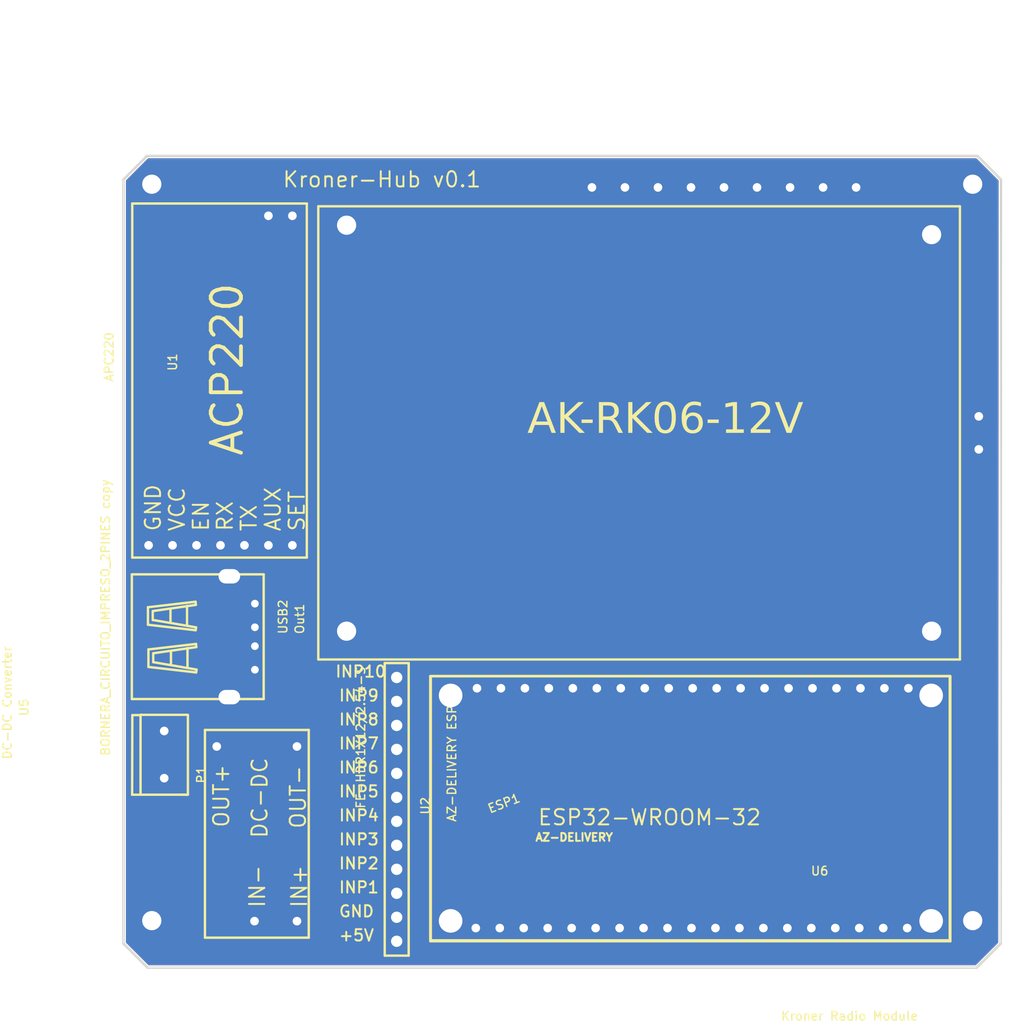
<source format=kicad_pcb>
(kicad_pcb (version 20241229) (generator "pcbnew") (generator_version "9.0")
  (layers (0 "F.Cu" signal "TopLayer") (2 "B.Cu" signal "BottomLayer") (13 "F.Paste" user "TopPasteMaskLayer") (15 "B.Paste" user "BottomPasteMaskLayer") (5 "F.SilkS" user "TopSilkLayer") (7 "B.SilkS" user "BottomSilkLayer") (1 "F.Mask" user "TopSolderMaskLayer") (3 "B.Mask" user "BottomSolderMaskLayer") (25 "Edge.Cuts" user "BoardOutLine"))
  (net 1 "")
  (net 2 "+5V")
  (net 3 "INPUT5")
  (net 4 "INPUT3")
  (net 5 "INPUT2")
  (net 6 "INPUT1")
  (net 7 "INPUT10")
  (net 8 "INPUT4")
  (net 9 "INPUT9")
  (net 10 "INPUT8")
  (net 11 "INPUT6")
  (net 12 "INPUT7")
  (net 13 "TX2")
  (net 14 "RX2")
  (net 15 "GND")
  (net 16 "+12V")
  (net 17 "SET")
  (net 18 "F1")
  (net 19 "F3")
  (net 20 "F2")
  (footprint "Kroner-Hub_4629e9e656224ac0b9a9b8b28edbb198:KRONER RADIO MODULE" (layer "F.Cu") (at 188.646 113.34 180)
    (property "Reference" "U6" (at 15.875 -21.8694 180) (layer "F.SilkS") (effects (font (size 0.9144 0.9144) (thickness 0.1524)) (justify left top)))
    (property "Value" "Kroner Radio Module" (at 19.05 -37.2364 180) (layer "F.SilkS") (effects (font (size 0.9144 0.9144) (thickness 0.1524)) (justify left top)))
    (fp_line (start 67.9999 47.9999) (end 0 47.9999) (stroke (width 0.254)) (layer "F.SilkS"))
    (fp_line (start 67.9999 0) (end 67.9999 47.9999) (stroke (width 0.254)) (layer "F.SilkS"))
    (fp_line (start 0 47.9999) (end 0 0) (stroke (width 0.254)) (layer "F.SilkS"))
    (fp_line (start 0 0) (end 67.9999 0) (stroke (width 0.254)) (layer "F.SilkS"))
    (fp_text user "AK-RK06-12V" (at 45.847 27.203 0) (layer "F.SilkS") (effects (font (size 3.2 3.2) (thickness 0.2032)) (justify left top)))
    (pad "" np_thru_hole circle (at 3 3) (size 2.032 2.032) (drill 2.032) (layers "*.Cu" "*.Mask"))
    (pad "" np_thru_hole circle (at 3 44.9999) (size 2.032 2.032) (drill 2.032) (layers "*.Cu" "*.Mask"))
    (pad "" np_thru_hole circle (at 64.9999 3) (size 2.032 2.032) (drill 2.032) (layers "*.Cu" "*.Mask"))
    (pad "" np_thru_hole circle (at 64.9999 45.9999) (size 2.032 2.032) (drill 2.032) (layers "*.Cu" "*.Mask"))
    (pad "+VCC" thru_hole oval (at -2 22.256 180) (size 1.524 1.524) (drill 0.9144) (layers "*.Cu" "*.Mask") (net 16 "+12V"))
    (pad "COM1" thru_hole oval (at 35.5001 49.9999 180) (size 1.524 1.524) (drill 0.9144) (layers "*.Cu" "*.Mask") (net 15 "GND"))
    (pad "COM2" thru_hole oval (at 25 49.9999 180) (size 1.524 1.524) (drill 0.9144) (layers "*.Cu" "*.Mask") (net 15 "GND"))
    (pad "COM3" thru_hole oval (at 14.5001 49.9999 180) (size 1.524 1.524) (drill 0.9144) (layers "*.Cu" "*.Mask") (net 15 "GND"))
    (pad "GND" thru_hole oval (at -2 25.75 180) (size 1.524 1.524) (drill 0.9144) (layers "*.Cu" "*.Mask") (net 15 "GND"))
    (pad "NC1" thru_hole oval (at 31.9999 49.9999 180) (size 1.524 1.524) (drill 0.9144) (layers "*.Cu" "*.Mask") (net 0 ""))
    (pad "NC2" thru_hole oval (at 21.5001 49.9999 180) (size 1.524 1.524) (drill 0.9144) (layers "*.Cu" "*.Mask") (net 0 ""))
    (pad "NC3" thru_hole oval (at 11 49.9999 180) (size 1.524 1.524) (drill 0.9144) (layers "*.Cu" "*.Mask") (net 0 ""))
    (pad "NO1" thru_hole oval (at 38.9999 49.9999 180) (size 1.524 1.524) (drill 0.9144) (layers "*.Cu" "*.Mask") (net 18 "F1"))
    (pad "NO2" thru_hole oval (at 28.5001 49.9999 180) (size 1.524 1.524) (drill 0.9144) (layers "*.Cu" "*.Mask") (net 20 "F2"))
    (pad "NO3" thru_hole oval (at 18 49.9999 180) (size 1.524 1.524) (drill 0.9144) (layers "*.Cu" "*.Mask") (net 19 "F3"))
  )
  (footprint "Kroner-Hub_4629e9e656224ac0b9a9b8b28edbb198:Hole_gge3823" (layer "F.Cu") (at 103 140.9998)
    (property "Reference" "Hole_gge3823" (hide yes))
    (property "Value" "Hole_gge3823" (hide yes))
    (pad "" np_thru_hole circle (at 0 0) (size 2.032 2.032) (drill 2.032) (layers "*.Cu" "*.Mask"))
  )
  (footprint "Kroner-Hub_4629e9e656224ac0b9a9b8b28edbb198:APC220" (layer "F.Cu") (at 119.431 102.545 90)
    (property "Reference" "U1" (at 19.685 -14.7574 90) (layer "F.SilkS") (effects (font (size 0.9144 0.9144) (thickness 0.1524)) (justify left top)))
    (property "Value" "APC220" (at 18.542 -21.4884 90) (layer "F.SilkS") (effects (font (size 0.9144 0.9144) (thickness 0.1524)) (justify left top)))
    (fp_line (start 0 -18.5) (end 37.5 -18.5) (stroke (width 0.254)) (layer "F.SilkS"))
    (fp_line (start 37.5 0) (end 37.5 -18.5) (stroke (width 0.254)) (layer "F.SilkS"))
    (fp_line (start 0 0) (end 0 -18.5) (stroke (width 0.254)) (layer "F.SilkS"))
    (fp_line (start 0 0) (end 37.4998 0) (stroke (width 0.254)) (layer "F.SilkS"))
    (fp_text user "TX" (at 2.667 -7.0866 90) (layer "F.SilkS") (effects (font (size 1.6256 1.6256) (thickness 0.2032)) (justify left top)))
    (fp_text user "ACP220" (at 10.541 -10.312 90) (layer "F.SilkS") (effects (font (size 3.2 3.2) (thickness 0.4)) (justify left top)))
    (fp_text user "SET" (at 2.667 -2.0066 90) (layer "F.SilkS") (effects (font (size 1.6256 1.6256) (thickness 0.2032)) (justify left top)))
    (fp_text user "RX" (at 2.667 -9.6266 90) (layer "F.SilkS") (effects (font (size 1.6256 1.6256) (thickness 0.2032)) (justify left top)))
    (fp_text user "EN" (at 2.667 -12.1666 90) (layer "F.SilkS") (effects (font (size 1.6256 1.6256) (thickness 0.2032)) (justify left top)))
    (fp_text user "GND" (at 2.667 -17.2466 90) (layer "F.SilkS") (effects (font (size 1.6256 1.6256) (thickness 0.2032)) (justify left top)))
    (fp_text user "AUX" (at 2.667 -4.5466 90) (layer "F.SilkS") (effects (font (size 1.6256 1.6256) (thickness 0.2032)) (justify left top)))
    (fp_text user "VCC" (at 2.667 -14.7066 90) (layer "F.SilkS") (effects (font (size 1.6256 1.6256) (thickness 0.2032)) (justify left top)))
    (pad "1" thru_hole oval (at 36.1998 -1.5301 90) (size 1.524 1.524) (drill 0.9144) (layers "*.Cu" "*.Mask") (net 0 ""))
    (pad "2" thru_hole oval (at 36.1998 -4.0701 90) (size 1.524 1.524) (drill 0.9144) (layers "*.Cu" "*.Mask") (net 0 ""))
    (pad "AUX" thru_hole oval (at 1.3 -4.0701 90) (size 1.524 1.524) (drill 0.9144) (layers "*.Cu" "*.Mask") (net 0 ""))
    (pad "EN" thru_hole oval (at 1.3 -11.6898 90) (size 1.524 1.524) (drill 0.9144) (layers "*.Cu" "*.Mask") (net 0 ""))
    (pad "GND" thru_hole oval (at 1.3 -16.7698 90) (size 1.524 1.524) (drill 0.9144) (layers "*.Cu" "*.Mask") (net 15 "GND"))
    (pad "RXD" thru_hole oval (at 1.3 -9.1501 90) (size 1.524 1.524) (drill 0.9144) (layers "*.Cu" "*.Mask") (net 14 "RX2"))
    (pad "SET" thru_hole oval (at 1.3 -1.5301 90) (size 1.524 1.524) (drill 0.9144) (layers "*.Cu" "*.Mask") (net 17 "SET"))
    (pad "TXD" thru_hole oval (at 1.3 -6.6101 90) (size 1.524 1.524) (drill 0.9144) (layers "*.Cu" "*.Mask") (net 13 "TX2"))
    (pad "VCC" thru_hole oval (at 1.3 -14.2298 90) (size 1.524 1.524) (drill 0.9144) (layers "*.Cu" "*.Mask") (net 2 "+5V"))
  )
  (footprint "Kroner-Hub_4629e9e656224ac0b9a9b8b28edbb198:USB-2.0-A-F" (layer "F.Cu") (at 112.573 110.927 -90)
    (property "Reference" "USB2" (at -0.1979 -3.7932 270) (layer "F.SilkS") (effects (font (size 0.9144 0.9144) (thickness 0.1524)) (justify left top)))
    (property "Value" "Out1" (at -0.1979 -5.5712 270) (layer "F.SilkS") (effects (font (size 0.9144 0.9144) (thickness 0.1524)) (justify left top)))
    (fp_line (start -6.6039 11.6841) (end -6.6039 -2.2859) (stroke (width 0.254)) (layer "F.SilkS"))
    (fp_line (start 6.6041 11.6841) (end -6.6039 11.6841) (stroke (width 0.254)) (layer "F.SilkS"))
    (fp_line (start -3.1215 9.9785) (end -1.2673 9.9785) (stroke (width 0.254)) (layer "F.SilkS"))
    (fp_line (start -1.2673 9.9785) (end -0.6831 4.9239) (stroke (width 0.254)) (layer "F.SilkS"))
    (fp_line (start 1.3489 9.9277) (end 0.7672 4.8807) (stroke (width 0.254)) (layer "F.SilkS"))
    (fp_line (start 3.2031 9.9277) (end 1.3489 9.9277) (stroke (width 0.254)) (layer "F.SilkS"))
    (fp_line (start -2.7151 9.4705) (end -3.3705 4.9061) (stroke (width 0.254)) (layer "F.SilkS"))
    (fp_line (start -1.7753 9.4705) (end -2.7151 9.4705) (stroke (width 0.254)) (layer "F.SilkS"))
    (fp_line (start 1.7553 9.4197) (end 2.6951 9.4197) (stroke (width 0.254)) (layer "F.SilkS"))
    (fp_line (start 2.6951 9.4197) (end 3.4825 4.8223) (stroke (width 0.254)) (layer "F.SilkS"))
    (fp_line (start -2.9437 7.5909) (end -1.4959 7.5909) (stroke (width 0.254)) (layer "F.SilkS"))
    (fp_line (start 1.5267 7.5401) (end 2.9745 7.5401) (stroke (width 0.254)) (layer "F.SilkS"))
    (fp_line (start -3.2739 5.8383) (end -1.1911 5.8383) (stroke (width 0.254)) (layer "F.SilkS"))
    (fp_line (start 1.1965 5.7875) (end 3.2793 5.7875) (stroke (width 0.254)) (layer "F.SilkS"))
    (fp_line (start -3.7032 4.9315) (end -3.1215 9.9785) (stroke (width 0.254)) (layer "F.SilkS"))
    (fp_line (start -0.6831 4.9239) (end -0.9879 4.8731) (stroke (width 0.254)) (layer "F.SilkS"))
    (fp_line (start -3.3705 4.9061) (end -3.7032 4.9315) (stroke (width 0.254)) (layer "F.SilkS"))
    (fp_line (start 0.7672 4.8807) (end 1.0999 4.8553) (stroke (width 0.254)) (layer "F.SilkS"))
    (fp_line (start -0.9879 4.8731) (end -1.7753 9.4705) (stroke (width 0.254)) (layer "F.SilkS"))
    (fp_line (start 3.7873 4.8731) (end 3.2031 9.9277) (stroke (width 0.254)) (layer "F.SilkS"))
    (fp_line (start 1.0999 4.8553) (end 1.7553 9.4197) (stroke (width 0.254)) (layer "F.SilkS"))
    (fp_line (start 3.4825 4.8223) (end 3.7873 4.8731) (stroke (width 0.254)) (layer "F.SilkS"))
    (fp_line (start -6.6039 -2.2859) (end 6.6041 -2.2859) (stroke (width 0.254)) (layer "F.SilkS"))
    (fp_line (start 6.6041 -2.2859) (end 6.6041 11.6841) (stroke (width 0.254)) (layer "F.SilkS"))
    (pad "1" thru_hole oval (at -3.4999 -1.3548 270) (size 1.5748 1.5748) (drill 0.8128) (layers "*.Cu" "*.Mask") (net 2 "+5V"))
    (pad "2" thru_hole oval (at -0.9997 -1.3548 270) (size 1.5748 1.5748) (drill 0.8128) (layers "*.Cu" "*.Mask") (net 0 ""))
    (pad "3" thru_hole oval (at 1.0003 -1.3548 270) (size 1.5748 1.5748) (drill 0.8128) (layers "*.Cu" "*.Mask") (net 0 ""))
    (pad "4" thru_hole oval (at 3.5001 -1.3548 270) (size 1.5748 1.5748) (drill 0.8128) (layers "*.Cu" "*.Mask") (net 15 "GND"))
    (pad "5" thru_hole oval (at 6.4 1.3551 270) (size 2.286 3.048) (drill oval 1.524 2.286) (layers "*.Cu" "*.Mask") (net 15 "GND"))
    (pad "6" thru_hole oval (at -6.3998 1.3551 270) (size 2.286 3.048) (drill oval 1.524 2.286) (layers "*.Cu" "*.Mask") (net 15 "GND"))
  )
  (footprint "Kroner-Hub_4629e9e656224ac0b9a9b8b28edbb198:Hole_gge3793" (layer "F.Cu") (at 189.9998 63)
    (property "Reference" "Hole_gge3793" (hide yes))
    (property "Value" "Hole_gge3793" (hide yes))
    (pad "" np_thru_hole circle (at 0 0) (size 2.032 2.032) (drill 2.032) (layers "*.Cu" "*.Mask"))
  )
  (footprint "Kroner-Hub_4629e9e656224ac0b9a9b8b28edbb198:AZ-DELIVERY ESP32" (layer "F.Cu") (at 187.757 143.058 90)
    (property "Reference" "ESP1" (at 14.315666 -49.349692 21) (layer "F.SilkS") (effects (font (size 0.9144 0.9144) (thickness 0.1524)) (justify left top)))
    (property "Value" "AZ-DELIVERY ESP32" (at 12.446 -53.4924 90) (layer "F.SilkS") (effects (font (size 0.9144 0.9144) (thickness 0.1524)) (justify left top)))
    (fp_line (start 27.94 -55.245) (end 27.94 -0.127) (stroke (width 0.254)) (layer "F.SilkS"))
    (fp_line (start 0 -55.245) (end 27.94 -55.245) (stroke (width 0.254)) (layer "F.SilkS"))
    (fp_line (start 27.97 -55.1861) (end 27.97 -0.1862) (stroke (width 0.254)) (layer "F.SilkS"))
    (fp_line (start -0.03 -55.1861) (end 27.97 -55.1861) (stroke (width 0.254)) (layer "F.SilkS"))
    (fp_line (start 27.97 -0.1862) (end -0.03 -0.1862) (stroke (width 0.254)) (layer "F.SilkS"))
    (fp_line (start -0.03 -0.1862) (end -0.03 -55.1861) (stroke (width 0.254)) (layer "F.SilkS"))
    (fp_line (start 27.94 -0.127) (end -0.127 -0.127) (stroke (width 0.254)) (layer "F.SilkS"))
    (fp_line (start -0.127 -0.127) (end -0.127 -55.245) (stroke (width 0.254)) (layer "F.SilkS"))
    (fp_text user "AZ-DELIVERY" (at 11.3666 -44.196 0) (layer "F.SilkS") (effects (font (size 0.8256 0.8256) (thickness 0.203)) (justify left top)))
    (fp_text user "ESP32-WROOM-32" (at 13.9446 -43.942 0) (layer "F.SilkS") (effects (font (size 1.6256 1.6256) (thickness 0.203)) (justify left top)))
    (pad "" np_thru_hole circle (at 2.032 -53.086) (size 2.5 2.5) (drill 2.5) (layers "*.Cu" "*.Mask"))
    (pad "" np_thru_hole circle (at 2.032 -2.159) (size 2.5 2.5) (drill 2.5) (layers "*.Cu" "*.Mask"))
    (pad "" np_thru_hole circle (at 25.908 -53.086) (size 2.5 2.5) (drill 2.5) (layers "*.Cu" "*.Mask"))
    (pad "" np_thru_hole circle (at 25.908 -2.159) (size 2.5 2.5) (drill 2.5) (layers "*.Cu" "*.Mask"))
    (pad "1" thru_hole oval (at 1.27 -50.419 90) (size 1.524 1.524) (drill 0.9144) (layers "*.Cu" "*.Mask") (net 0 ""))
    (pad "2" thru_hole oval (at 1.27 -47.879 90) (size 1.524 1.524) (drill 0.9144) (layers "*.Cu" "*.Mask") (net 0 ""))
    (pad "3" thru_hole oval (at 1.27 -45.339 90) (size 1.524 1.524) (drill 0.9144) (layers "*.Cu" "*.Mask") (net 0 ""))
    (pad "4" thru_hole oval (at 1.27 -42.799 90) (size 1.524 1.524) (drill 0.9144) (layers "*.Cu" "*.Mask") (net 0 ""))
    (pad "5" thru_hole oval (at 1.27 -40.259 90) (size 1.524 1.524) (drill 0.9144) (layers "*.Cu" "*.Mask") (net 0 ""))
    (pad "6" thru_hole oval (at 1.27 -37.719 90) (size 1.524 1.524) (drill 0.9144) (layers "*.Cu" "*.Mask") (net 0 ""))
    (pad "7" thru_hole oval (at 1.27 -35.179 90) (size 1.524 1.524) (drill 0.9144) (layers "*.Cu" "*.Mask") (net 6 "INPUT1"))
    (pad "8" thru_hole oval (at 1.27 -32.639 90) (size 1.524 1.524) (drill 0.9144) (layers "*.Cu" "*.Mask") (net 5 "INPUT2"))
    (pad "9" thru_hole oval (at 1.27 -30.099 90) (size 1.524 1.524) (drill 0.9144) (layers "*.Cu" "*.Mask") (net 0 ""))
    (pad "10" thru_hole oval (at 1.27 -27.559 90) (size 1.524 1.524) (drill 0.9144) (layers "*.Cu" "*.Mask") (net 0 ""))
    (pad "11" thru_hole oval (at 1.27 -25.019 90) (size 1.524 1.524) (drill 0.9144) (layers "*.Cu" "*.Mask") (net 4 "INPUT3"))
    (pad "12" thru_hole oval (at 1.27 -22.479 90) (size 1.524 1.524) (drill 0.9144) (layers "*.Cu" "*.Mask") (net 7 "INPUT10"))
    (pad "13" thru_hole oval (at 1.27 -19.939 90) (size 1.524 1.524) (drill 0.9144) (layers "*.Cu" "*.Mask") (net 9 "INPUT9"))
    (pad "14" thru_hole oval (at 1.27 -17.399 90) (size 1.524 1.524) (drill 0.9144) (layers "*.Cu" "*.Mask") (net 15 "GND"))
    (pad "15" thru_hole oval (at 1.27 -14.859 90) (size 1.524 1.524) (drill 0.9144) (layers "*.Cu" "*.Mask") (net 10 "INPUT8"))
    (pad "16" thru_hole oval (at 1.27 -12.319 90) (size 1.524 1.524) (drill 0.9144) (layers "*.Cu" "*.Mask") (net 0 ""))
    (pad "17" thru_hole oval (at 1.27 -9.779 90) (size 1.524 1.524) (drill 0.9144) (layers "*.Cu" "*.Mask") (net 0 ""))
    (pad "18" thru_hole oval (at 1.27 -7.239 90) (size 1.524 1.524) (drill 0.9144) (layers "*.Cu" "*.Mask") (net 0 ""))
    (pad "19" thru_hole oval (at 1.27 -4.699 90) (size 1.524 1.524) (drill 0.9144) (layers "*.Cu" "*.Mask") (net 2 "+5V"))
    (pad "20" thru_hole oval (at 26.67 -4.572 90) (size 1.524 1.524) (drill 0.9144) (layers "*.Cu" "*.Mask") (net 0 ""))
    (pad "21" thru_hole oval (at 26.67 -7.112 90) (size 1.524 1.524) (drill 0.9144) (layers "*.Cu" "*.Mask") (net 0 ""))
    (pad "22" thru_hole oval (at 26.67 -9.652 90) (size 1.524 1.524) (drill 0.9144) (layers "*.Cu" "*.Mask") (net 0 ""))
    (pad "23" thru_hole oval (at 26.67 -12.192 90) (size 1.524 1.524) (drill 0.9144) (layers "*.Cu" "*.Mask") (net 12 "INPUT7"))
    (pad "24" thru_hole oval (at 26.67 -14.732 90) (size 1.524 1.524) (drill 0.9144) (layers "*.Cu" "*.Mask") (net 15 "GND"))
    (pad "25" thru_hole oval (at 26.67 -17.272 90) (size 1.524 1.524) (drill 0.9144) (layers "*.Cu" "*.Mask") (net 15 "GND"))
    (pad "26" thru_hole oval (at 26.67 -19.812 90) (size 1.524 1.524) (drill 0.9144) (layers "*.Cu" "*.Mask") (net 11 "INPUT6"))
    (pad "27" thru_hole oval (at 26.67 -22.352 90) (size 1.524 1.524) (drill 0.9144) (layers "*.Cu" "*.Mask") (net 13 "TX2"))
    (pad "28" thru_hole oval (at 26.67 -24.892 90) (size 1.524 1.524) (drill 0.9144) (layers "*.Cu" "*.Mask") (net 14 "RX2"))
    (pad "29" thru_hole oval (at 26.67 -27.432 90) (size 1.524 1.524) (drill 0.9144) (layers "*.Cu" "*.Mask") (net 3 "INPUT5"))
    (pad "30" thru_hole oval (at 26.67 -29.972 90) (size 1.524 1.524) (drill 0.9144) (layers "*.Cu" "*.Mask") (net 8 "INPUT4"))
    (pad "31" thru_hole oval (at 26.67 -32.512 90) (size 1.524 1.524) (drill 0.9144) (layers "*.Cu" "*.Mask") (net 19 "F3"))
    (pad "32" thru_hole oval (at 26.67 -35.052 90) (size 1.524 1.524) (drill 0.9144) (layers "*.Cu" "*.Mask") (net 15 "GND"))
    (pad "33" thru_hole oval (at 26.67 -37.592 90) (size 1.524 1.524) (drill 0.9144) (layers "*.Cu" "*.Mask") (net 20 "F2"))
    (pad "34" thru_hole oval (at 26.67 -40.132 90) (size 1.524 1.524) (drill 0.9144) (layers "*.Cu" "*.Mask") (net 0 ""))
    (pad "35" thru_hole oval (at 26.67 -42.672 90) (size 1.524 1.524) (drill 0.9144) (layers "*.Cu" "*.Mask") (net 0 ""))
    (pad "36" thru_hole oval (at 26.67 -45.212 90) (size 1.524 1.524) (drill 0.9144) (layers "*.Cu" "*.Mask") (net 18 "F1"))
    (pad "37" thru_hole oval (at 26.67 -47.752 90) (size 1.524 1.524) (drill 0.9144) (layers "*.Cu" "*.Mask") (net 17 "SET"))
    (pad "38" thru_hole oval (at 26.67 -50.292 90) (size 1.524 1.524) (drill 0.9144) (layers "*.Cu" "*.Mask") (net 15 "GND"))
  )
  (footprint "Kroner-Hub_4629e9e656224ac0b9a9b8b28edbb198:BORNERA 2 PINES" (layer "F.Cu") (at 104.318 125.913 90)
    (property "Reference" "P1" (at -0.635 3.4036 90) (layer "F.SilkS") (effects (font (size 0.9144 0.9144) (thickness 0.1524)) (justify left top)))
    (property "Value" "BORNERA_CIRCUITO_IMPRESO_2PINES copy" (at 2.286 -6.7564 90) (layer "F.SilkS") (effects (font (size 0.9144 0.9144) (thickness 0.1524)) (justify left top)))
    (fp_line (start -1.7501 -3.4) (end 6.6799 -3.38) (stroke (width 0.254)) (layer "F.SilkS"))
    (fp_line (start 6.6799 -3.38) (end 6.6799 -2.4399) (stroke (width 0.254)) (layer "F.SilkS"))
    (fp_line (start 6.7107 -2.5095) (end 6.7107 2.479) (stroke (width 0.254)) (layer "F.SilkS"))
    (fp_line (start -1.7501 -2.5095) (end 6.7107 -2.5095) (stroke (width 0.254)) (layer "F.SilkS"))
    (fp_line (start 6.7099 -2.46) (end 6.6799 -2.49) (stroke (width 0.254)) (layer "F.SilkS"))
    (fp_line (start -1.7501 -2.46) (end -1.7501 -3.4) (stroke (width 0.254)) (layer "F.SilkS"))
    (fp_line (start 6.6799 -2.4399) (end 6.7099 -2.41) (stroke (width 0.254)) (layer "F.SilkS"))
    (fp_line (start 6.7099 -2.41) (end 6.7099 -2.46) (stroke (width 0.254)) (layer "F.SilkS"))
    (fp_line (start -1.7501 2.3401) (end -1.7501 -2.5095) (stroke (width 0.254)) (layer "F.SilkS"))
    (fp_line (start -1.76 2.4201) (end -1.7501 1.7501) (stroke (width 0.254)) (layer "F.SilkS"))
    (fp_line (start 6.7107 2.479) (end 6.6802 2.5095) (stroke (width 0.254)) (layer "F.SilkS"))
    (fp_line (start 6.6802 2.5095) (end -1.7399 2.51) (stroke (width 0.254)) (layer "F.SilkS"))
    (fp_line (start -1.7399 2.51) (end -1.76 2.4201) (stroke (width 0.254)) (layer "F.SilkS"))
    (pad "1" thru_hole oval (at 0 0 90) (size 2.5 3.4999) (drill 0.9144) (layers "*.Cu" "*.Mask") (net 2 "+5V"))
    (pad "2" thru_hole oval (at 5.0013 0 90) (size 2.5 3.4999) (drill 0.9144) (layers "*.Cu" "*.Mask") (net 15 "GND"))
  )
  (footprint "Kroner-Hub_4629e9e656224ac0b9a9b8b28edbb198:HDR-TH_12P-P2.54_FE-HDR1X12-2.54-S" (layer "F.Cu") (at 128.956 129.215 90)
    (property "Reference" "U2" (at -0.635 2.5146 90) (layer "F.SilkS") (effects (font (size 0.9144 0.9144) (thickness 0.1524)) (justify left top)))
    (property "Value" "FE-HDR1X12/2.54-S" (at 0 -4.3434 90) (layer "F.SilkS") (effects (font (size 0.9144 0.9144) (thickness 0.1524)) (justify left top)))
    (fp_line (start 15.494 -1.2701) (end 15.494 1.2699) (stroke (width 0.254)) (layer "F.SilkS"))
    (fp_line (start -15.494 -1.2701) (end 15.494 -1.2701) (stroke (width 0.254)) (layer "F.SilkS"))
    (fp_line (start 15.494 1.2699) (end -15.494 1.2699) (stroke (width 0.254)) (layer "F.SilkS"))
    (fp_line (start -15.494 1.2699) (end -15.494 -1.2701) (stroke (width 0.254)) (layer "F.SilkS"))
    (pad "1" thru_hole rect (at -13.97 -0.0003 90) (size 1.6 1.8) (drill 1.2) (layers "*.Cu" "*.Mask") (net 2 "+5V"))
    (pad "2" thru_hole oval (at -11.43 0.0003 90) (size 1.8 1.8) (drill 1.2) (layers "*.Cu" "*.Mask") (net 15 "GND"))
    (pad "3" thru_hole oval (at -8.89 0.0003 90) (size 1.8 1.8) (drill 1.2) (layers "*.Cu" "*.Mask") (net 6 "INPUT1"))
    (pad "4" thru_hole oval (at -6.35 0.0003 90) (size 1.8 1.8) (drill 1.2) (layers "*.Cu" "*.Mask") (net 5 "INPUT2"))
    (pad "5" thru_hole oval (at -3.81 0.0003 90) (size 1.8 1.8) (drill 1.2) (layers "*.Cu" "*.Mask") (net 4 "INPUT3"))
    (pad "6" thru_hole oval (at -1.27 0.0003 90) (size 1.8 1.8) (drill 1.2) (layers "*.Cu" "*.Mask") (net 7 "INPUT10"))
    (pad "7" thru_hole oval (at 1.27 0.0003 90) (size 1.8 1.8) (drill 1.2) (layers "*.Cu" "*.Mask") (net 9 "INPUT9"))
    (pad "8" thru_hole oval (at 3.81 0.0003 90) (size 1.8 1.8) (drill 1.2) (layers "*.Cu" "*.Mask") (net 10 "INPUT8"))
    (pad "9" thru_hole oval (at 6.35 0.0003 90) (size 1.8 1.8) (drill 1.2) (layers "*.Cu" "*.Mask") (net 12 "INPUT7"))
    (pad "10" thru_hole oval (at 8.89 0.0003 90) (size 1.8 1.8) (drill 1.2) (layers "*.Cu" "*.Mask") (net 11 "INPUT6"))
    (pad "11" thru_hole oval (at 11.43 0.0003 90) (size 1.8 1.8) (drill 1.2) (layers "*.Cu" "*.Mask") (net 3 "INPUT5"))
    (pad "12" thru_hole oval (at 13.97 0.0003 90) (size 1.8 1.8) (drill 1.2) (layers "*.Cu" "*.Mask") (net 8 "INPUT4"))
  )
  (footprint "Kroner-Hub_4629e9e656224ac0b9a9b8b28edbb198:Hole_gge3808" (layer "F.Cu") (at 189.9998 140.9998)
    (property "Reference" "Hole_gge3808" (hide yes))
    (property "Value" "Hole_gge3808" (hide yes))
    (pad "" np_thru_hole circle (at 0 0) (size 2.032 2.032) (drill 2.032) (layers "*.Cu" "*.Mask"))
  )
  (footprint "Kroner-Hub_4629e9e656224ac0b9a9b8b28edbb198:DC-DC CONVERTER" (layer "F.Cu") (at 108.636 142.804 90)
    (property "Reference" "U5" (at 23.368 -19.7104 90) (layer "F.SilkS") (effects (font (size 0.9144 0.9144) (thickness 0.1524)) (justify left top)))
    (property "Value" "DC-DC Converter" (at 18.796 -21.4884 90) (layer "F.SilkS") (effects (font (size 0.9144 0.9144) (thickness 0.1524)) (justify left top)))
    (fp_line (start 22 0) (end 22 11) (stroke (width 0.254)) (layer "F.SilkS"))
    (fp_line (start 0 0) (end 22 0) (stroke (width 0.254)) (layer "F.SilkS"))
    (fp_line (start 22 11) (end 0 11) (stroke (width 0.254)) (layer "F.SilkS"))
    (fp_line (start 0 11) (end 0 0) (stroke (width 0.254)) (layer "F.SilkS"))
    (fp_text user "OUT-" (at 11.43 8.9154 90) (layer "F.SilkS") (effects (font (size 1.6256 1.6256) (thickness 0.2032)) (justify left top)))
    (fp_text user "DC-DC" (at 10.414 4.8514 90) (layer "F.SilkS") (effects (font (size 1.6256 1.6256) (thickness 0.2032)) (justify left top)))
    (fp_text user "IN-" (at 3.048 4.5974 90) (layer "F.SilkS") (effects (font (size 1.6256 1.6256) (thickness 0.2032)) (justify left top)))
    (fp_text user "OUT+" (at 11.557 0.7874 90) (layer "F.SilkS") (effects (font (size 1.6256 1.6256) (thickness 0.2032)) (justify left top)))
    (fp_text user "IN+" (at 3.048 9.0424 90) (layer "F.SilkS") (effects (font (size 1.6256 1.6256) (thickness 0.2032)) (justify left top)))
    (pad "IN+" thru_hole oval (at 1.7501 9.75 90) (size 1.524 1.524) (drill 0.9144) (layers "*.Cu" "*.Mask") (net 2 "+5V"))
    (pad "IN-" thru_hole oval (at 1.7501 5.2499 90) (size 1.524 1.524) (drill 0.9144) (layers "*.Cu" "*.Mask") (net 15 "GND"))
    (pad "OUT+" thru_hole oval (at 20.2499 1.2499 90) (size 1.524 1.524) (drill 0.9144) (layers "*.Cu" "*.Mask") (net 16 "+12V"))
    (pad "OUT-" thru_hole oval (at 20.2499 9.75 90) (size 1.524 1.524) (drill 0.9144) (layers "*.Cu" "*.Mask") (net 15 "GND"))
  )
  (footprint "Kroner-Hub_4629e9e656224ac0b9a9b8b28edbb198:Hole_gge3778" (layer "F.Cu") (at 103 63)
    (property "Reference" "Hole_gge3778" (hide yes))
    (property "Value" "Hole_gge3778" (hide yes))
    (pad "" np_thru_hole circle (at 0 0) (size 2.032 2.032) (drill 2.032) (layers "*.Cu" "*.Mask"))
  )
  (gr_line (start 100 143.439) (end 100 62.5) (stroke (width 0.254)) (layer "Edge.Cuts"))
  (gr_line (start 102.5 60) (end 190.4998 60) (stroke (width 0.254)) (layer "Edge.Cuts"))
  (gr_line (start 192.964 143.439) (end 190.426538 145.979) (stroke (width 0.25)) (layer "Edge.Cuts"))
  (gr_line (start 102.54 145.979) (end 190.426538 145.979) (stroke (width 0.25)) (layer "Edge.Cuts"))
  (gr_line (start 192.9998 62.4996) (end 192.964 143.439) (stroke (width 0.25)) (layer "Edge.Cuts"))
  (gr_line (start 100 143.439) (end 100.04 143.479) (stroke (width 0.254)) (layer "Edge.Cuts"))
  (gr_line (start 102.5 60) (end 100 62.5) (stroke (width 0.25)) (layer "Edge.Cuts"))
  (gr_line (start 102.54 145.979) (end 100.04 143.479) (stroke (width 0.25)) (layer "Edge.Cuts"))
  (gr_line (start 190.5002 60) (end 190.4998 60) (stroke (width 0.25)) (layer "Edge.Cuts"))
  (gr_line (start 190.5002 60) (end 192.9998 62.4996) (stroke (width 0.25)) (layer "Edge.Cuts"))
  (gr_text "INP7" (at 122.733 121.538 0) (layer "F.SilkS") (effects (font (size 1.2 1.2) (thickness 0.2032)) (justify left top)))
  (gr_text "+5V" (at 122.733 141.858 0) (layer "F.SilkS") (effects (font (size 1.2 1.2) (thickness 0.2032)) (justify left top)))
  (gr_text "Kroner-Hub v0.1" (at 116.764 61.5494 0) (layer "F.SilkS") (effects (font (size 1.6256 1.6256) (thickness 0.2032)) (justify left top)))
  (gr_text "INP5" (at 122.733 126.618 0) (layer "F.SilkS") (effects (font (size 1.2 1.2) (thickness 0.2032)) (justify left top)))
  (gr_text "INP2" (at 122.733 134.238 0) (layer "F.SilkS") (effects (font (size 1.2 1.2) (thickness 0.2032)) (justify left top)))
  (gr_text "INP6" (at 122.733 124.078 0) (layer "F.SilkS") (effects (font (size 1.2 1.2) (thickness 0.2032)) (justify left top)))
  (gr_text "INP1" (at 122.733 136.778 0) (layer "F.SilkS") (effects (font (size 1.2 1.2) (thickness 0.2032)) (justify left top)))
  (gr_text "INP9" (at 122.733 116.458 0) (layer "F.SilkS") (effects (font (size 1.2 1.2) (thickness 0.2032)) (justify left top)))
  (gr_text "INP8" (at 122.733 118.998 0) (layer "F.SilkS") (effects (font (size 1.2 1.2) (thickness 0.2032)) (justify left top)))
  (gr_text "GND" (at 122.733 139.318 0) (layer "F.SilkS") (effects (font (size 1.2 1.2) (thickness 0.2032)) (justify left top)))
  (gr_text "INP3" (at 122.733 131.698 0) (layer "F.SilkS") (effects (font (size 1.2 1.2) (thickness 0.2032)) (justify left top)))
  (gr_text "INP4" (at 122.733 129.158 0) (layer "F.SilkS") (effects (font (size 1.2 1.2) (thickness 0.2032)) (justify left top)))
  (gr_text "INP10" (at 122.352 113.918 0) (layer "F.SilkS") (effects (font (size 1.2 1.2) (thickness 0.2032)) (justify left top)))
  (segment (start 109.144 105.1879) (end 109.144 107.371) (width 0.5) (layer "F.Cu") (net 2))
  (segment (start 128.9557 143.185) (end 120.066 143.185) (width 0.5) (layer "F.Cu") (net 2))
  (segment (start 109.144 107.371) (end 113.9278 107.4271) (width 0.5) (layer "F.Cu") (net 2))
  (segment (start 108.001 108.514) (end 109.144 107.371) (width 0.5) (layer "F.Cu") (net 2))
  (segment (start 104.318 125.913) (end 108.001 122.23) (width 0.5) (layer "F.Cu") (net 2))
  (segment (start 183.058 141.788) (end 181.788 143.185) (width 0.5) (layer "F.Cu") (net 2))
  (segment (start 181.153 143.185) (end 128.9557 143.185) (width 0.5) (layer "F.Cu") (net 2))
  (segment (start 104.318 125.913) (end 118.386 139.981) (width 0.5) (layer "F.Cu") (net 2))
  (segment (start 118.386 141.505) (end 118.386 141.0539) (width 0.5) (layer "F.Cu") (net 2))
  (segment (start 108.001 122.23) (end 108.001 108.514) (width 0.5) (layer "F.Cu") (net 2))
  (segment (start 118.386 139.981) (end 118.386 140.6491) (width 0.5) (layer "F.Cu") (net 2))
  (segment (start 105.2012 101.245) (end 109.144 105.1879) (width 0.5) (layer "F.Cu") (net 2))
  (segment (start 120.066 143.185) (end 118.386 141.505) (width 0.5) (layer "F.Cu") (net 2))
  (segment (start 181.788 143.185) (end 181.153 143.185) (width 0.5) (layer "F.Cu") (net 2))
  (segment (start 128.956 117.785) (end 130.226 119.055) (width 0.254) (layer "F.Cu") (net 3))
  (segment (start 130.226 119.055) (end 157.785 119.055) (width 0.254) (layer "F.Cu") (net 3))
  (segment (start 157.785 119.055) (end 160.325 116.388) (width 0.254) (layer "F.Cu") (net 3))
  (segment (start 162.738 141.28) (end 162.738 141.788) (width 0.254) (layer "F.Cu") (net 4))
  (segment (start 128.9563 133.025) (end 154.483 133.025) (width 0.254) (layer "F.Cu") (net 4))
  (segment (start 154.483 133.025) (end 162.738 141.28) (width 0.254) (layer "F.Cu") (net 4))
  (segment (start 149.403 135.565) (end 155.118 141.28) (width 0.254) (layer "F.Cu") (net 5))
  (segment (start 155.118 141.28) (end 155.118 141.788) (width 0.254) (layer "F.Cu") (net 5))
  (segment (start 128.9563 135.565) (end 149.403 135.565) (width 0.254) (layer "F.Cu") (net 5))
  (segment (start 149.403 138.105) (end 152.578 141.28) (width 0.254) (layer "F.Cu") (net 6))
  (segment (start 128.9563 138.105) (end 149.4027 138.105) (width 0.254) (layer "F.Cu") (net 6))
  (segment (start 152.578 141.28) (end 152.578 141.788) (width 0.254) (layer "F.Cu") (net 6))
  (segment (start 128.9563 130.485) (end 154.483 130.485) (width 0.254) (layer "F.Cu") (net 7))
  (segment (start 165.278 141.28) (end 165.278 141.788) (width 0.254) (layer "F.Cu") (net 7))
  (segment (start 154.483 130.485) (end 165.278 141.28) (width 0.254) (layer "F.Cu") (net 7))
  (segment (start 154.9214 113.5244) (end 157.785 116.388) (width 0.254) (layer "F.Cu") (net 8))
  (segment (start 130.734 113.467) (end 154.9214 113.5244) (width 0.254) (layer "F.Cu") (net 8))
  (segment (start 128.9563 115.245) (end 130.6768 113.5244) (width 0.254) (layer "F.Cu") (net 8))
  (segment (start 154.483 127.945) (end 167.818 141.28) (width 0.254) (layer "F.Cu") (net 9))
  (segment (start 128.9563 127.945) (end 154.483 127.945) (width 0.254) (layer "F.Cu") (net 9))
  (segment (start 167.818 141.28) (end 167.818 141.788) (width 0.254) (layer "F.Cu") (net 9))
  (segment (start 157.023 125.405) (end 172.898 141.28) (width 0.254) (layer "F.Cu") (net 10))
  (segment (start 128.9563 125.405) (end 157.023 125.405) (width 0.254) (layer "F.Cu") (net 10))
  (segment (start 172.898 141.28) (end 172.898 141.788) (width 0.254) (layer "F.Cu") (net 10))
  (segment (start 163.754 120.325) (end 167.691 116.388) (width 0.254) (layer "F.Cu") (net 11))
  (segment (start 128.9563 120.325) (end 163.627 120.452) (width 0.254) (layer "F.Cu") (net 11))
  (segment (start 167.691 116.388) (end 167.945 116.388) (width 0.254) (layer "F.Cu") (net 11))
  (segment (start 168.834 122.865) (end 175.311 116.388) (width 0.254) (layer "F.Cu") (net 12))
  (segment (start 128.9563 122.865) (end 168.834 122.865) (width 0.254) (layer "F.Cu") (net 12))
  (segment (start 175.311 116.388) (end 175.565 116.388) (width 0.254) (layer "F.Cu") (net 12))
  (segment (start 113.9043 100.1617) (end 149.1787 100.1617) (width 0.254) (layer "F.Cu") (net 13))
  (segment (start 149.1787 100.1617) (end 165.405 116.388) (width 0.254) (layer "F.Cu") (net 13))
  (segment (start 112.8209 101.2451) (end 113.9043 100.1617) (width 0.254) (layer "F.Cu") (net 13))
  (segment (start 111.4376 102.4017) (end 148.8787 102.4017) (width 0.254) (layer "F.Cu") (net 14))
  (segment (start 110.2809 101.2451) (end 111.4376 102.4017) (width 0.254) (layer "F.Cu") (net 14))
  (segment (start 148.8787 102.4017) (end 162.865 116.388) (width 0.254) (layer "F.Cu") (net 14))
  (segment (start 191.948 140.518) (end 191.948 140.264) (width 0.5) (layer "B.Cu") (net 16))
  (segment (start 189.408 144.963) (end 191.948 142.677) (width 0.5) (layer "B.Cu") (net 16))
  (segment (start 191.948 140.264) (end 191.948 92.385) (width 0.5) (layer "B.Cu") (net 16))
  (segment (start 191.948 142.677) (end 191.948 140.518) (width 0.5) (layer "B.Cu") (net 16))
  (segment (start 111.811 144.963) (end 189.408 144.963) (width 0.5) (layer "B.Cu") (net 16))
  (segment (start 109.8857 122.5551) (end 109.906 143.058) (width 0.5) (layer "B.Cu") (net 16))
  (segment (start 109.906 143.058) (end 111.811 144.963) (width 0.5) (layer "B.Cu") (net 16))
  (segment (start 191.948 92.385) (end 190.645 91.0845) (width 0.5) (layer "B.Cu") (net 16))
  (segment (start 117.9009 101.2451) (end 124.8621 101.2451) (width 0.254) (layer "B.Cu") (net 17))
  (segment (start 124.8621 101.2451) (end 140.005 116.388) (width 0.254) (layer "B.Cu") (net 17))
  (segment (start 142.545 116.388) (end 142.545 70.4412) (width 0.254) (layer "B.Cu") (net 18))
  (segment (start 142.545 70.4412) (end 149.6461 63.3401) (width 0.254) (layer "B.Cu") (net 18))
  (segment (start 155.245 116.388) (end 155.245 78.7411) (width 0.254) (layer "B.Cu") (net 19))
  (segment (start 155.245 78.7411) (end 170.646 63.3401) (width 0.254) (layer "B.Cu") (net 19))
  (segment (start 150.165 73.321) (end 160.1459 63.3401) (width 0.254) (layer "B.Cu") (net 20))
  (segment (start 150.165 116.388) (end 150.165 73.321) (width 0.254) (layer "B.Cu") (net 20))
  (zone (net 15) (net_name "GND") (layer "F.Cu") (priority 98) (connect_pads (clearance 0.254)) (min_thickness 0.254) (fill yes (thermal_gap 0.254) (thermal_bridge_width 0.254))
    (polygon (pts (xy 99.365 58.984) (xy 99.873 59.492) (xy 194.234 59.492) (xy 194.488 59.746) (xy 194.488 148.392) (xy 193.472 147.376) (xy 98.984 147.376) (xy 96.444 144.836) (xy 96.444 112.324)))
  )
  (zone (net 15) (net_name "GND") (layer "B.Cu") (priority 99) (connect_pads (clearance 0.254)) (min_thickness 0.254) (fill yes (thermal_gap 0.254) (thermal_bridge_width 0.254))
    (polygon (pts (xy 99.238 58.603) (xy 99.619 58.984) (xy 194.107 58.984) (xy 194.361 59.238) (xy 194.361 147.503) (xy 193.853 146.995) (xy 98.73 146.995) (xy 97.079 145.344) (xy 97.079 94.036)))
  )
)
</source>
